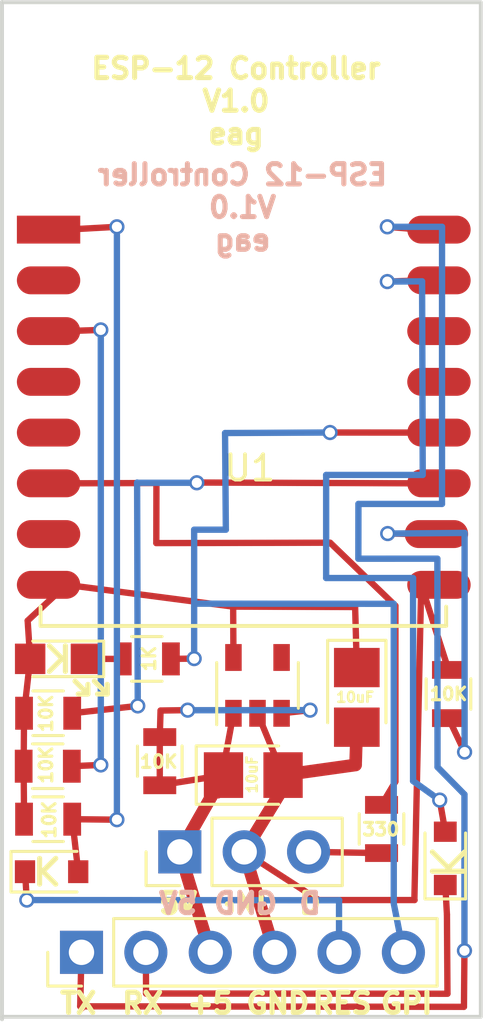
<source format=kicad_pcb>
(kicad_pcb (version 4) (host pcbnew 4.0.7)

  (general
    (links 31)
    (no_connects 0)
    (area 139.697 84.024399 169.297849 128.724789)
    (thickness 1.6)
    (drawings 47)
    (tracks 122)
    (zones 0)
    (modules 16)
    (nets 24)
  )

  (page A4)
  (layers
    (0 F.Cu signal)
    (31 B.Cu signal)
    (32 B.Adhes user)
    (33 F.Adhes user)
    (34 B.Paste user)
    (35 F.Paste user)
    (36 B.SilkS user)
    (37 F.SilkS user)
    (38 B.Mask user)
    (39 F.Mask user)
    (40 Dwgs.User user)
    (41 Cmts.User user)
    (42 Eco1.User user)
    (43 Eco2.User user)
    (44 Edge.Cuts user)
    (45 Margin user)
    (46 B.CrtYd user)
    (47 F.CrtYd user)
    (48 B.Fab user)
    (49 F.Fab user)
  )

  (setup
    (last_trace_width 0.5)
    (user_trace_width 0.5)
    (user_trace_width 1)
    (user_trace_width 2)
    (trace_clearance 0.2)
    (zone_clearance 0.508)
    (zone_45_only no)
    (trace_min 0.2)
    (segment_width 0.2)
    (edge_width 0.15)
    (via_size 0.6)
    (via_drill 0.4)
    (via_min_size 0.4)
    (via_min_drill 0.3)
    (user_via 1.2 0.8)
    (uvia_size 0.3)
    (uvia_drill 0.1)
    (uvias_allowed no)
    (uvia_min_size 0.2)
    (uvia_min_drill 0.1)
    (pcb_text_width 0.3)
    (pcb_text_size 0.8 0.8)
    (mod_edge_width 0.15)
    (mod_text_size 1 1)
    (mod_text_width 0.15)
    (pad_size 1.524 1.524)
    (pad_drill 0.762)
    (pad_to_mask_clearance 0.2)
    (aux_axis_origin 0 0)
    (visible_elements 7FFFFFFF)
    (pcbplotparams
      (layerselection 0x010f0_80000001)
      (usegerberextensions false)
      (excludeedgelayer true)
      (linewidth 0.100000)
      (plotframeref false)
      (viasonmask false)
      (mode 1)
      (useauxorigin false)
      (hpglpennumber 1)
      (hpglpenspeed 20)
      (hpglpendiameter 15)
      (hpglpenoverlay 2)
      (psnegative false)
      (psa4output false)
      (plotreference true)
      (plotvalue true)
      (plotinvisibletext false)
      (padsonsilk false)
      (subtractmaskfromsilk false)
      (outputformat 1)
      (mirror false)
      (drillshape 0)
      (scaleselection 1)
      (outputdirectory Gerbers/))
  )

  (net 0 "")
  (net 1 /GND)
  (net 2 /DIN)
  (net 3 /VC33)
  (net 4 /VC5)
  (net 5 "Net-(D1-Pad1)")
  (net 6 /RXD5V)
  (net 7 "Net-(D2-Pad2)")
  (net 8 /RESET)
  (net 9 "Net-(D3-Pad2)")
  (net 10 /TXD)
  (net 11 /GPI00)
  (net 12 "Net-(R3-Pad2)")
  (net 13 "Net-(R4-Pad2)")
  (net 14 "Net-(R5-Pad2)")
  (net 15 "Net-(R6-Pad1)")
  (net 16 "Net-(U1-Pad2)")
  (net 17 "Net-(U1-Pad4)")
  (net 18 "Net-(U1-Pad5)")
  (net 19 "Net-(U1-Pad7)")
  (net 20 "Net-(U1-Pad13)")
  (net 21 "Net-(U1-Pad14)")
  (net 22 "Net-(U2-Pad4)")
  (net 23 "Net-(R7-Pad1)")

  (net_class Default "This is the default net class."
    (clearance 0.2)
    (trace_width 0.25)
    (via_dia 0.6)
    (via_drill 0.4)
    (uvia_dia 0.3)
    (uvia_drill 0.1)
    (add_net /DIN)
    (add_net /GND)
    (add_net /GPI00)
    (add_net /RESET)
    (add_net /RXD5V)
    (add_net /TXD)
    (add_net /VC33)
    (add_net /VC5)
    (add_net "Net-(D1-Pad1)")
    (add_net "Net-(D2-Pad2)")
    (add_net "Net-(D3-Pad2)")
    (add_net "Net-(R3-Pad2)")
    (add_net "Net-(R4-Pad2)")
    (add_net "Net-(R5-Pad2)")
    (add_net "Net-(R6-Pad1)")
    (add_net "Net-(R7-Pad1)")
    (add_net "Net-(U1-Pad13)")
    (add_net "Net-(U1-Pad14)")
    (add_net "Net-(U1-Pad2)")
    (add_net "Net-(U1-Pad4)")
    (add_net "Net-(U1-Pad5)")
    (add_net "Net-(U1-Pad7)")
    (add_net "Net-(U2-Pad4)")
  )

  (module ESP8266:ESP-12 (layer F.Cu) (tedit 5A37052A) (tstamp 5A36F09D)
    (at 142.403601 93.074401)
    (descr "Module, ESP-8266, ESP-12, 16 pad, SMD")
    (tags "Module ESP-8266 ESP8266")
    (path /5A35AD2C)
    (fp_text reference U1 (at 7.239 9.398) (layer F.SilkS)
      (effects (font (size 1 1) (thickness 0.15)))
    )
    (fp_text value ESP-12 (at 6.992 1) (layer F.Fab)
      (effects (font (size 1 1) (thickness 0.15)))
    )
    (fp_line (start -2.25 -0.5) (end -2.25 -8.75) (layer F.CrtYd) (width 0.05))
    (fp_line (start -2.25 -8.75) (end 15.25 -8.75) (layer F.CrtYd) (width 0.05))
    (fp_line (start 15.25 -8.75) (end 16.25 -8.75) (layer F.CrtYd) (width 0.05))
    (fp_line (start 16.25 -8.75) (end 16.25 16) (layer F.CrtYd) (width 0.05))
    (fp_line (start 16.25 16) (end -2.25 16) (layer F.CrtYd) (width 0.05))
    (fp_line (start -2.25 16) (end -2.25 -0.5) (layer F.CrtYd) (width 0.05))
    (fp_line (start -1.016 -8.382) (end 14.986 -8.382) (layer F.CrtYd) (width 0.1524))
    (fp_line (start 14.986 -8.382) (end 14.986 -0.889) (layer F.CrtYd) (width 0.1524))
    (fp_line (start -1.016 -8.382) (end -1.016 -1.016) (layer F.CrtYd) (width 0.1524))
    (fp_line (start -1.016 14.859) (end -1.016 15.621) (layer F.SilkS) (width 0.1524))
    (fp_line (start -1.016 15.621) (end 14.986 15.621) (layer F.SilkS) (width 0.1524))
    (fp_line (start 14.986 15.621) (end 14.986 14.859) (layer F.SilkS) (width 0.1524))
    (fp_line (start 14.992 -8.4) (end -1.008 -2.6) (layer F.CrtYd) (width 0.1524))
    (fp_line (start -1.008 -8.4) (end 14.992 -2.6) (layer F.CrtYd) (width 0.1524))
    (fp_text user "No Copper" (at 6.892 -5.4) (layer F.CrtYd)
      (effects (font (size 1 1) (thickness 0.15)))
    )
    (fp_line (start -1.008 -2.6) (end 14.992 -2.6) (layer F.CrtYd) (width 0.1524))
    (fp_line (start 15 -8.4) (end 15 15.6) (layer F.Fab) (width 0.05))
    (fp_line (start 14.992 15.6) (end -1.008 15.6) (layer F.Fab) (width 0.05))
    (fp_line (start -1.008 15.6) (end -1.008 -8.4) (layer F.Fab) (width 0.05))
    (fp_line (start -1.008 -8.4) (end 14.992 -8.4) (layer F.Fab) (width 0.05))
    (pad 1 smd rect (at 0 0) (size 2.5 1.1) (drill (offset -0.7 0)) (layers F.Cu F.Paste F.Mask)
      (net 9 "Net-(D3-Pad2)"))
    (pad 2 smd oval (at 0 2) (size 2.5 1.1) (drill (offset -0.7 0)) (layers F.Cu F.Paste F.Mask)
      (net 16 "Net-(U1-Pad2)"))
    (pad 3 smd oval (at 0 4) (size 2.5 1.1) (drill (offset -0.7 0)) (layers F.Cu F.Paste F.Mask)
      (net 13 "Net-(R4-Pad2)"))
    (pad 4 smd oval (at 0 6) (size 2.5 1.1) (drill (offset -0.7 0)) (layers F.Cu F.Paste F.Mask)
      (net 17 "Net-(U1-Pad4)"))
    (pad 5 smd oval (at 0 8) (size 2.5 1.1) (drill (offset -0.7 0)) (layers F.Cu F.Paste F.Mask)
      (net 18 "Net-(U1-Pad5)"))
    (pad 6 smd oval (at 0 10) (size 2.5 1.1) (drill (offset -0.7 0)) (layers F.Cu F.Paste F.Mask)
      (net 23 "Net-(R7-Pad1)"))
    (pad 7 smd oval (at 0 12) (size 2.5 1.1) (drill (offset -0.7 0)) (layers F.Cu F.Paste F.Mask)
      (net 19 "Net-(U1-Pad7)"))
    (pad 8 smd oval (at 0 14) (size 2.5 1.1) (drill (offset -0.7 0)) (layers F.Cu F.Paste F.Mask)
      (net 3 /VC33))
    (pad 9 smd oval (at 14 14) (size 2.5 1.1) (drill (offset 0.7 0)) (layers F.Cu F.Paste F.Mask)
      (net 1 /GND))
    (pad 10 smd oval (at 14 12) (size 2.5 1.1) (drill (offset 0.6 0)) (layers F.Cu F.Paste F.Mask)
      (net 15 "Net-(R6-Pad1)"))
    (pad 11 smd oval (at 14 10) (size 2.5 1.1) (drill (offset 0.7 0)) (layers F.Cu F.Paste F.Mask)
      (net 14 "Net-(R5-Pad2)"))
    (pad 12 smd oval (at 14 8) (size 2.5 1.1) (drill (offset 0.7 0)) (layers F.Cu F.Paste F.Mask)
      (net 11 /GPI00))
    (pad 13 smd oval (at 14 6) (size 2.5 1.1) (drill (offset 0.7 0)) (layers F.Cu F.Paste F.Mask)
      (net 20 "Net-(U1-Pad13)"))
    (pad 14 smd oval (at 14 4) (size 2.5 1.1) (drill (offset 0.7 0)) (layers F.Cu F.Paste F.Mask)
      (net 21 "Net-(U1-Pad14)"))
    (pad 15 smd oval (at 14 2) (size 2.5 1.1) (drill (offset 0.7 0)) (layers F.Cu F.Paste F.Mask)
      (net 7 "Net-(D2-Pad2)"))
    (pad 16 smd oval (at 14 0) (size 2.5 1.1) (drill (offset 0.7 0)) (layers F.Cu F.Paste F.Mask)
      (net 10 /TXD))
    (model ${ESPLIB}/ESP8266.3dshapes/ESP-12.wrl
      (at (xyz 0 0 0))
      (scale (xyz 0.3937 0.3937 0.3937))
      (rotate (xyz 0 0 0))
    )
  )

  (module Resistors_SMD:R_0805 (layer F.Cu) (tedit 5A3849E2) (tstamp 5A36F894)
    (at 141.67104 114.2238)
    (descr "Resistor SMD 0805, reflow soldering, Vishay (see dcrcw.pdf)")
    (tags "resistor 0805")
    (path /5A35BB81)
    (attr smd)
    (fp_text reference "" (at 0 -1.65) (layer F.SilkS)
      (effects (font (size 1 1) (thickness 0.15)))
    )
    (fp_text value 10K (at 0 1.75) (layer F.Fab)
      (effects (font (size 1 1) (thickness 0.15)))
    )
    (fp_text user %R (at 0 0) (layer F.Fab)
      (effects (font (size 0.5 0.5) (thickness 0.075)))
    )
    (fp_line (start -1 0.62) (end -1 -0.62) (layer F.Fab) (width 0.1))
    (fp_line (start 1 0.62) (end -1 0.62) (layer F.Fab) (width 0.1))
    (fp_line (start 1 -0.62) (end 1 0.62) (layer F.Fab) (width 0.1))
    (fp_line (start -1 -0.62) (end 1 -0.62) (layer F.Fab) (width 0.1))
    (fp_line (start 0.6 0.88) (end -0.6 0.88) (layer F.SilkS) (width 0.12))
    (fp_line (start -0.6 -0.88) (end 0.6 -0.88) (layer F.SilkS) (width 0.12))
    (fp_line (start -1.55 -0.9) (end 1.55 -0.9) (layer F.CrtYd) (width 0.05))
    (fp_line (start -1.55 -0.9) (end -1.55 0.9) (layer F.CrtYd) (width 0.05))
    (fp_line (start 1.55 0.9) (end 1.55 -0.9) (layer F.CrtYd) (width 0.05))
    (fp_line (start 1.55 0.9) (end -1.55 0.9) (layer F.CrtYd) (width 0.05))
    (pad 1 smd rect (at -0.95 0) (size 0.7 1.3) (layers F.Cu F.Paste F.Mask)
      (net 3 /VC33))
    (pad 2 smd rect (at 0.95 0) (size 0.7 1.3) (layers F.Cu F.Paste F.Mask)
      (net 13 "Net-(R4-Pad2)"))
    (model ${KISYS3DMOD}/Resistors_SMD.3dshapes/R_0805.wrl
      (at (xyz 0 0 0))
      (scale (xyz 1 1 1))
      (rotate (xyz 0 0 0))
    )
  )

  (module Diodes_SMD:D_0805 (layer F.Cu) (tedit 5A384B71) (tstamp 5A36EFC6)
    (at 157.353 117.856 90)
    (descr "Diode SMD in 0805 package http://datasheets.avx.com/schottky.pdf")
    (tags "smd diode")
    (path /5A35ECDD)
    (attr smd)
    (fp_text reference "" (at 0 -1.6 90) (layer F.SilkS)
      (effects (font (size 1 1) (thickness 0.15)))
    )
    (fp_text value "" (at 0 1.7 90) (layer F.Fab)
      (effects (font (size 1 1) (thickness 0.15)))
    )
    (fp_text user "" (at 0 -1.6 90) (layer F.Fab)
      (effects (font (size 1 1) (thickness 0.15)))
    )
    (fp_line (start -1.6 -0.8) (end -1.6 0.8) (layer F.SilkS) (width 0.12))
    (fp_line (start -1.7 0.88) (end -1.7 -0.88) (layer F.CrtYd) (width 0.05))
    (fp_line (start 1.7 0.88) (end -1.7 0.88) (layer F.CrtYd) (width 0.05))
    (fp_line (start 1.7 -0.88) (end 1.7 0.88) (layer F.CrtYd) (width 0.05))
    (fp_line (start -1.7 -0.88) (end 1.7 -0.88) (layer F.CrtYd) (width 0.05))
    (fp_line (start 0.2 0) (end 0.4 0) (layer F.Fab) (width 0.1))
    (fp_line (start -0.1 0) (end -0.3 0) (layer F.Fab) (width 0.1))
    (fp_line (start -0.1 -0.2) (end -0.1 0.2) (layer F.Fab) (width 0.1))
    (fp_line (start 0.2 0.2) (end 0.2 -0.2) (layer F.Fab) (width 0.1))
    (fp_line (start -0.1 0) (end 0.2 0.2) (layer F.Fab) (width 0.1))
    (fp_line (start 0.2 -0.2) (end -0.1 0) (layer F.Fab) (width 0.1))
    (fp_line (start -1 0.65) (end -1 -0.65) (layer F.Fab) (width 0.1))
    (fp_line (start 1 0.65) (end -1 0.65) (layer F.Fab) (width 0.1))
    (fp_line (start 1 -0.65) (end 1 0.65) (layer F.Fab) (width 0.1))
    (fp_line (start -1 -0.65) (end 1 -0.65) (layer F.Fab) (width 0.1))
    (fp_line (start -1.6 0.8) (end 1 0.8) (layer F.SilkS) (width 0.12))
    (fp_line (start -1.6 -0.8) (end 1 -0.8) (layer F.SilkS) (width 0.12))
    (pad 1 smd rect (at -1.05 0 90) (size 0.8 0.9) (layers F.Cu F.Paste F.Mask)
      (net 6 /RXD5V))
    (pad 2 smd rect (at 1.05 0 90) (size 0.8 0.9) (layers F.Cu F.Paste F.Mask)
      (net 7 "Net-(D2-Pad2)"))
    (model ${KISYS3DMOD}/Diodes_SMD.3dshapes/D_0805.wrl
      (at (xyz 0 0 0))
      (scale (xyz 1 1 1))
      (rotate (xyz 0 0 0))
    )
  )

  (module Diodes_SMD:D_0805 (layer F.Cu) (tedit 5A384B80) (tstamp 5A36EFDE)
    (at 141.82344 118.38178)
    (descr "Diode SMD in 0805 package http://datasheets.avx.com/schottky.pdf")
    (tags "smd diode")
    (path /5A35F201)
    (attr smd)
    (fp_text reference "" (at 0 -1.6) (layer F.SilkS)
      (effects (font (size 1 1) (thickness 0.15)))
    )
    (fp_text value "" (at 0 1.7) (layer F.Fab)
      (effects (font (size 1 1) (thickness 0.15)))
    )
    (fp_text user "" (at 0 -1.6) (layer F.Fab)
      (effects (font (size 1 1) (thickness 0.15)))
    )
    (fp_line (start -1.6 -0.8) (end -1.6 0.8) (layer F.SilkS) (width 0.12))
    (fp_line (start -1.7 0.88) (end -1.7 -0.88) (layer F.CrtYd) (width 0.05))
    (fp_line (start 1.7 0.88) (end -1.7 0.88) (layer F.CrtYd) (width 0.05))
    (fp_line (start 1.7 -0.88) (end 1.7 0.88) (layer F.CrtYd) (width 0.05))
    (fp_line (start -1.7 -0.88) (end 1.7 -0.88) (layer F.CrtYd) (width 0.05))
    (fp_line (start 0.2 0) (end 0.4 0) (layer F.Fab) (width 0.1))
    (fp_line (start -0.1 0) (end -0.3 0) (layer F.Fab) (width 0.1))
    (fp_line (start -0.1 -0.2) (end -0.1 0.2) (layer F.Fab) (width 0.1))
    (fp_line (start 0.2 0.2) (end 0.2 -0.2) (layer F.Fab) (width 0.1))
    (fp_line (start -0.1 0) (end 0.2 0.2) (layer F.Fab) (width 0.1))
    (fp_line (start 0.2 -0.2) (end -0.1 0) (layer F.Fab) (width 0.1))
    (fp_line (start -1 0.65) (end -1 -0.65) (layer F.Fab) (width 0.1))
    (fp_line (start 1 0.65) (end -1 0.65) (layer F.Fab) (width 0.1))
    (fp_line (start 1 -0.65) (end 1 0.65) (layer F.Fab) (width 0.1))
    (fp_line (start -1 -0.65) (end 1 -0.65) (layer F.Fab) (width 0.1))
    (fp_line (start -1.6 0.8) (end 1 0.8) (layer F.SilkS) (width 0.12))
    (fp_line (start -1.6 -0.8) (end 1 -0.8) (layer F.SilkS) (width 0.12))
    (pad 1 smd rect (at -1.05 0) (size 0.8 0.9) (layers F.Cu F.Paste F.Mask)
      (net 8 /RESET))
    (pad 2 smd rect (at 1.05 0) (size 0.8 0.9) (layers F.Cu F.Paste F.Mask)
      (net 9 "Net-(D3-Pad2)"))
    (model ${KISYS3DMOD}/Diodes_SMD.3dshapes/D_0805.wrl
      (at (xyz 0 0 0))
      (scale (xyz 1 1 1))
      (rotate (xyz 0 0 0))
    )
  )

  (module Pin_Headers:Pin_Header_Straight_1x03_Pitch2.54mm (layer F.Cu) (tedit 5A384598) (tstamp 5A36EFF5)
    (at 146.88058 117.59946 90)
    (descr "Through hole straight pin header, 1x03, 2.54mm pitch, single row")
    (tags "Through hole pin header THT 1x03 2.54mm single row")
    (path /5A35B101)
    (fp_text reference "" (at 0 -2.33 90) (layer F.SilkS)
      (effects (font (size 1 1) (thickness 0.15)))
    )
    (fp_text value "" (at 0 7.41 90) (layer F.Fab)
      (effects (font (size 1 1) (thickness 0.15)))
    )
    (fp_line (start -0.635 -1.27) (end 1.27 -1.27) (layer F.Fab) (width 0.1))
    (fp_line (start 1.27 -1.27) (end 1.27 6.35) (layer F.Fab) (width 0.1))
    (fp_line (start 1.27 6.35) (end -1.27 6.35) (layer F.Fab) (width 0.1))
    (fp_line (start -1.27 6.35) (end -1.27 -0.635) (layer F.Fab) (width 0.1))
    (fp_line (start -1.27 -0.635) (end -0.635 -1.27) (layer F.Fab) (width 0.1))
    (fp_line (start -1.33 6.41) (end 1.33 6.41) (layer F.SilkS) (width 0.12))
    (fp_line (start -1.33 1.27) (end -1.33 6.41) (layer F.SilkS) (width 0.12))
    (fp_line (start 1.33 1.27) (end 1.33 6.41) (layer F.SilkS) (width 0.12))
    (fp_line (start -1.33 1.27) (end 1.33 1.27) (layer F.SilkS) (width 0.12))
    (fp_line (start -1.33 0) (end -1.33 -1.33) (layer F.SilkS) (width 0.12))
    (fp_line (start -1.33 -1.33) (end 0 -1.33) (layer F.SilkS) (width 0.12))
    (fp_line (start -1.8 -1.8) (end -1.8 6.85) (layer F.CrtYd) (width 0.05))
    (fp_line (start -1.8 6.85) (end 1.8 6.85) (layer F.CrtYd) (width 0.05))
    (fp_line (start 1.8 6.85) (end 1.8 -1.8) (layer F.CrtYd) (width 0.05))
    (fp_line (start 1.8 -1.8) (end -1.8 -1.8) (layer F.CrtYd) (width 0.05))
    (fp_text user %R (at 0 2.54 180) (layer F.Fab)
      (effects (font (size 1 1) (thickness 0.15)))
    )
    (pad 1 thru_hole rect (at 0 0 90) (size 1.7 1.7) (drill 1) (layers *.Cu *.Mask)
      (net 4 /VC5))
    (pad 2 thru_hole oval (at 0 2.54 90) (size 1.7 1.7) (drill 1) (layers *.Cu *.Mask)
      (net 1 /GND))
    (pad 3 thru_hole oval (at 0 5.08 90) (size 1.7 1.7) (drill 1) (layers *.Cu *.Mask)
      (net 2 /DIN))
    (model ${KISYS3DMOD}/Pin_Headers.3dshapes/Pin_Header_Straight_1x03_Pitch2.54mm.wrl
      (at (xyz 0 0 0))
      (scale (xyz 1 1 1))
      (rotate (xyz 0 0 0))
    )
  )

  (module Pin_Headers:Pin_Header_Straight_1x06_Pitch2.54mm (layer F.Cu) (tedit 5A3845D1) (tstamp 5A36F00F)
    (at 143.002 121.55932 90)
    (descr "Through hole straight pin header, 1x06, 2.54mm pitch, single row")
    (tags "Through hole pin header THT 1x06 2.54mm single row")
    (path /5A35DF5C)
    (fp_text reference "" (at 0 -2.33 90) (layer F.SilkS)
      (effects (font (size 1 1) (thickness 0.15)))
    )
    (fp_text value "" (at 0 15.03 90) (layer F.Fab)
      (effects (font (size 1 1) (thickness 0.15)))
    )
    (fp_line (start -0.635 -1.27) (end 1.27 -1.27) (layer F.Fab) (width 0.1))
    (fp_line (start 1.27 -1.27) (end 1.27 13.97) (layer F.Fab) (width 0.1))
    (fp_line (start 1.27 13.97) (end -1.27 13.97) (layer F.Fab) (width 0.1))
    (fp_line (start -1.27 13.97) (end -1.27 -0.635) (layer F.Fab) (width 0.1))
    (fp_line (start -1.27 -0.635) (end -0.635 -1.27) (layer F.Fab) (width 0.1))
    (fp_line (start -1.33 14.03) (end 1.33 14.03) (layer F.SilkS) (width 0.12))
    (fp_line (start -1.33 1.27) (end -1.33 14.03) (layer F.SilkS) (width 0.12))
    (fp_line (start 1.33 1.27) (end 1.33 14.03) (layer F.SilkS) (width 0.12))
    (fp_line (start -1.33 1.27) (end 1.33 1.27) (layer F.SilkS) (width 0.12))
    (fp_line (start -1.33 0) (end -1.33 -1.33) (layer F.SilkS) (width 0.12))
    (fp_line (start -1.33 -1.33) (end 0 -1.33) (layer F.SilkS) (width 0.12))
    (fp_line (start -1.8 -1.8) (end -1.8 14.5) (layer F.CrtYd) (width 0.05))
    (fp_line (start -1.8 14.5) (end 1.8 14.5) (layer F.CrtYd) (width 0.05))
    (fp_line (start 1.8 14.5) (end 1.8 -1.8) (layer F.CrtYd) (width 0.05))
    (fp_line (start 1.8 -1.8) (end -1.8 -1.8) (layer F.CrtYd) (width 0.05))
    (fp_text user %R (at 0 6.35 180) (layer F.Fab)
      (effects (font (size 1 1) (thickness 0.15)))
    )
    (pad 1 thru_hole rect (at 0 0 90) (size 1.7 1.7) (drill 1) (layers *.Cu *.Mask)
      (net 10 /TXD))
    (pad 2 thru_hole oval (at 0 2.54 90) (size 1.7 1.7) (drill 1) (layers *.Cu *.Mask)
      (net 6 /RXD5V))
    (pad 3 thru_hole oval (at 0 5.08 90) (size 1.7 1.7) (drill 1) (layers *.Cu *.Mask)
      (net 4 /VC5))
    (pad 4 thru_hole oval (at 0 7.62 90) (size 1.7 1.7) (drill 1) (layers *.Cu *.Mask)
      (net 1 /GND))
    (pad 5 thru_hole oval (at 0 10.16 90) (size 1.7 1.7) (drill 1) (layers *.Cu *.Mask)
      (net 8 /RESET))
    (pad 6 thru_hole oval (at 0 12.7 90) (size 1.7 1.7) (drill 1) (layers *.Cu *.Mask)
      (net 11 /GPI00))
    (model ${KISYS3DMOD}/Pin_Headers.3dshapes/Pin_Header_Straight_1x06_Pitch2.54mm.wrl
      (at (xyz 0 0 0))
      (scale (xyz 1 1 1))
      (rotate (xyz 0 0 0))
    )
  )

  (module TO_SOT_Packages_SMD:SOT-23-5 (layer F.Cu) (tedit 5A370F38) (tstamp 5A36F0B2)
    (at 149.94636 111.03864 90)
    (descr "5-pin SOT23 package")
    (tags SOT-23-5)
    (path /5A35B772)
    (attr smd)
    (fp_text reference "" (at 0 -2.9 90) (layer F.SilkS)
      (effects (font (size 1 1) (thickness 0.15)))
    )
    (fp_text value "" (at 0 2.9 90) (layer F.Fab)
      (effects (font (size 1 1) (thickness 0.15)))
    )
    (fp_text user %R (at 0 0 180) (layer F.Fab)
      (effects (font (size 0.5 0.5) (thickness 0.075)))
    )
    (fp_line (start -0.9 1.61) (end 0.9 1.61) (layer F.SilkS) (width 0.12))
    (fp_line (start 0.9 -1.61) (end -1.55 -1.61) (layer F.SilkS) (width 0.12))
    (fp_line (start -1.9 -1.8) (end 1.9 -1.8) (layer F.CrtYd) (width 0.05))
    (fp_line (start 1.9 -1.8) (end 1.9 1.8) (layer F.CrtYd) (width 0.05))
    (fp_line (start 1.9 1.8) (end -1.9 1.8) (layer F.CrtYd) (width 0.05))
    (fp_line (start -1.9 1.8) (end -1.9 -1.8) (layer F.CrtYd) (width 0.05))
    (fp_line (start -0.9 -0.9) (end -0.25 -1.55) (layer F.Fab) (width 0.1))
    (fp_line (start 0.9 -1.55) (end -0.25 -1.55) (layer F.Fab) (width 0.1))
    (fp_line (start -0.9 -0.9) (end -0.9 1.55) (layer F.Fab) (width 0.1))
    (fp_line (start 0.9 1.55) (end -0.9 1.55) (layer F.Fab) (width 0.1))
    (fp_line (start 0.9 -1.55) (end 0.9 1.55) (layer F.Fab) (width 0.1))
    (pad 1 smd rect (at -1.1 -0.95 90) (size 1.06 0.65) (layers F.Cu F.Paste F.Mask)
      (net 4 /VC5))
    (pad 2 smd rect (at -1.1 0 90) (size 1.06 0.65) (layers F.Cu F.Paste F.Mask)
      (net 1 /GND))
    (pad 3 smd rect (at -1.1 0.95 90) (size 1.06 0.65) (layers F.Cu F.Paste F.Mask)
      (net 12 "Net-(R3-Pad2)"))
    (pad 4 smd rect (at 1.1 0.95 90) (size 1.06 0.65) (layers F.Cu F.Paste F.Mask)
      (net 22 "Net-(U2-Pad4)"))
    (pad 5 smd rect (at 1.1 -0.95 90) (size 1.06 0.65) (layers F.Cu F.Paste F.Mask)
      (net 3 /VC33))
    (model ${KISYS3DMOD}/TO_SOT_Packages_SMD.3dshapes/SOT-23-5.wrl
      (at (xyz 0 0 0))
      (scale (xyz 1 1 1))
      (rotate (xyz 0 0 0))
    )
  )

  (module Capacitors_Tantalum_SMD:CP_Tantalum_Case-R_EIA-2012-12_Reflow (layer F.Cu) (tedit 5A370E9F) (tstamp 5A36F829)
    (at 153.86304 111.51108 270)
    (descr "Tantalum capacitor, Case R, EIA 2012-12, 2.0x1.3x1.2mm, Reflow soldering footprint")
    (tags "capacitor tantalum smd")
    (path /5A35D12C)
    (attr smd)
    (fp_text reference "" (at 0 -2.4 270) (layer F.SilkS)
      (effects (font (size 1 1) (thickness 0.15)))
    )
    (fp_text value "" (at 0 2.4 270) (layer F.Fab)
      (effects (font (size 1 1) (thickness 0.15)))
    )
    (fp_text user %R (at 0 0 270) (layer F.Fab)
      (effects (font (size 0.5 0.5) (thickness 0.075)))
    )
    (fp_line (start -2.35 -1.3) (end -2.35 1.3) (layer F.CrtYd) (width 0.05))
    (fp_line (start -2.35 1.3) (end 2.35 1.3) (layer F.CrtYd) (width 0.05))
    (fp_line (start 2.35 1.3) (end 2.35 -1.3) (layer F.CrtYd) (width 0.05))
    (fp_line (start 2.35 -1.3) (end -2.35 -1.3) (layer F.CrtYd) (width 0.05))
    (fp_line (start -1 -0.65) (end -1 0.65) (layer F.Fab) (width 0.1))
    (fp_line (start -1 0.65) (end 1 0.65) (layer F.Fab) (width 0.1))
    (fp_line (start 1 0.65) (end 1 -0.65) (layer F.Fab) (width 0.1))
    (fp_line (start 1 -0.65) (end -1 -0.65) (layer F.Fab) (width 0.1))
    (fp_line (start -0.8 -0.65) (end -0.8 0.65) (layer F.Fab) (width 0.1))
    (fp_line (start -0.7 -0.65) (end -0.7 0.65) (layer F.Fab) (width 0.1))
    (fp_line (start -2.25 -1.15) (end 1 -1.15) (layer F.SilkS) (width 0.12))
    (fp_line (start -2.25 1.15) (end 1 1.15) (layer F.SilkS) (width 0.12))
    (fp_line (start -2.25 -1.15) (end -2.25 1.15) (layer F.SilkS) (width 0.12))
    (pad 1 smd rect (at -1.175 0 270) (size 1.55 1.8) (layers F.Cu F.Paste F.Mask)
      (net 3 /VC33))
    (pad 2 smd rect (at 1.175 0 270) (size 1.55 1.8) (layers F.Cu F.Paste F.Mask)
      (net 1 /GND))
    (model Capacitors_Tantalum_SMD.3dshapes/CP_Tantalum_Case-R_EIA-2012-12.wrl
      (at (xyz 0 0 0))
      (scale (xyz 1 1 1))
      (rotate (xyz 0 0 0))
    )
  )

  (module Capacitors_Tantalum_SMD:CP_Tantalum_Case-R_EIA-2012-12_Reflow (layer F.Cu) (tedit 5A370EB1) (tstamp 5A36F83C)
    (at 149.77872 114.57432)
    (descr "Tantalum capacitor, Case R, EIA 2012-12, 2.0x1.3x1.2mm, Reflow soldering footprint")
    (tags "capacitor tantalum smd")
    (path /5A35D1B3)
    (attr smd)
    (fp_text reference "" (at 0 -2.4) (layer F.SilkS)
      (effects (font (size 1 1) (thickness 0.15)))
    )
    (fp_text value "" (at 0 2.4) (layer F.Fab)
      (effects (font (size 1 1) (thickness 0.15)))
    )
    (fp_text user %R (at 0 0) (layer F.Fab)
      (effects (font (size 0.5 0.5) (thickness 0.075)))
    )
    (fp_line (start -2.35 -1.3) (end -2.35 1.3) (layer F.CrtYd) (width 0.05))
    (fp_line (start -2.35 1.3) (end 2.35 1.3) (layer F.CrtYd) (width 0.05))
    (fp_line (start 2.35 1.3) (end 2.35 -1.3) (layer F.CrtYd) (width 0.05))
    (fp_line (start 2.35 -1.3) (end -2.35 -1.3) (layer F.CrtYd) (width 0.05))
    (fp_line (start -1 -0.65) (end -1 0.65) (layer F.Fab) (width 0.1))
    (fp_line (start -1 0.65) (end 1 0.65) (layer F.Fab) (width 0.1))
    (fp_line (start 1 0.65) (end 1 -0.65) (layer F.Fab) (width 0.1))
    (fp_line (start 1 -0.65) (end -1 -0.65) (layer F.Fab) (width 0.1))
    (fp_line (start -0.8 -0.65) (end -0.8 0.65) (layer F.Fab) (width 0.1))
    (fp_line (start -0.7 -0.65) (end -0.7 0.65) (layer F.Fab) (width 0.1))
    (fp_line (start -2.25 -1.15) (end 1 -1.15) (layer F.SilkS) (width 0.12))
    (fp_line (start -2.25 1.15) (end 1 1.15) (layer F.SilkS) (width 0.12))
    (fp_line (start -2.25 -1.15) (end -2.25 1.15) (layer F.SilkS) (width 0.12))
    (pad 1 smd rect (at -1.175 0) (size 1.55 1.8) (layers F.Cu F.Paste F.Mask)
      (net 4 /VC5))
    (pad 2 smd rect (at 1.175 0) (size 1.55 1.8) (layers F.Cu F.Paste F.Mask)
      (net 1 /GND))
    (model Capacitors_Tantalum_SMD.3dshapes/CP_Tantalum_Case-R_EIA-2012-12.wrl
      (at (xyz 0 0 0))
      (scale (xyz 1 1 1))
      (rotate (xyz 0 0 0))
    )
  )

  (module LEDs:LED_0805 (layer F.Cu) (tedit 5A384777) (tstamp 5A36F84F)
    (at 142.07744 109.99216 180)
    (descr "LED 0805 smd package")
    (tags "LED led 0805 SMD smd SMT smt smdled SMDLED smtled SMTLED")
    (path /5A35E6D9)
    (attr smd)
    (fp_text reference "" (at 0 -1.45 180) (layer F.SilkS)
      (effects (font (size 1 1) (thickness 0.15)))
    )
    (fp_text value LED (at 0 1.55 180) (layer F.Fab)
      (effects (font (size 1 1) (thickness 0.15)))
    )
    (fp_line (start -1.8 -0.7) (end -1.8 0.7) (layer F.SilkS) (width 0.12))
    (fp_line (start -0.4 -0.4) (end -0.4 0.4) (layer F.Fab) (width 0.1))
    (fp_line (start -0.4 0) (end 0.2 -0.4) (layer F.Fab) (width 0.1))
    (fp_line (start 0.2 0.4) (end -0.4 0) (layer F.Fab) (width 0.1))
    (fp_line (start 0.2 -0.4) (end 0.2 0.4) (layer F.Fab) (width 0.1))
    (fp_line (start 1 0.6) (end -1 0.6) (layer F.Fab) (width 0.1))
    (fp_line (start 1 -0.6) (end 1 0.6) (layer F.Fab) (width 0.1))
    (fp_line (start -1 -0.6) (end 1 -0.6) (layer F.Fab) (width 0.1))
    (fp_line (start -1 0.6) (end -1 -0.6) (layer F.Fab) (width 0.1))
    (fp_line (start -1.8 0.7) (end 1 0.7) (layer F.SilkS) (width 0.12))
    (fp_line (start -1.8 -0.7) (end 1 -0.7) (layer F.SilkS) (width 0.12))
    (fp_line (start 1.95 -0.85) (end 1.95 0.85) (layer F.CrtYd) (width 0.05))
    (fp_line (start 1.95 0.85) (end -1.95 0.85) (layer F.CrtYd) (width 0.05))
    (fp_line (start -1.95 0.85) (end -1.95 -0.85) (layer F.CrtYd) (width 0.05))
    (fp_line (start -1.95 -0.85) (end 1.95 -0.85) (layer F.CrtYd) (width 0.05))
    (fp_text user %R (at 0 -1.25 180) (layer F.Fab)
      (effects (font (size 0.4 0.4) (thickness 0.1)))
    )
    (pad 2 smd rect (at 1.1 0) (size 1.2 1.2) (layers F.Cu F.Paste F.Mask)
      (net 3 /VC33))
    (pad 1 smd rect (at -1.1 0) (size 1.2 1.2) (layers F.Cu F.Paste F.Mask)
      (net 5 "Net-(D1-Pad1)"))
    (model ${KISYS3DMOD}/LEDs.3dshapes/LED_0805.wrl
      (at (xyz 0 0 0))
      (scale (xyz 1 1 1))
      (rotate (xyz 0 0 180))
    )
  )

  (module Resistors_SMD:R_0805 (layer F.Cu) (tedit 5A384A13) (tstamp 5A36F864)
    (at 141.68628 116.31168)
    (descr "Resistor SMD 0805, reflow soldering, Vishay (see dcrcw.pdf)")
    (tags "resistor 0805")
    (path /5A35E3D8)
    (attr smd)
    (fp_text reference "" (at 0 -1.65) (layer F.SilkS)
      (effects (font (size 1 1) (thickness 0.15)))
    )
    (fp_text value 10K (at 0 1.75) (layer F.Fab)
      (effects (font (size 1 1) (thickness 0.15)))
    )
    (fp_text user %R (at 0 0) (layer F.Fab)
      (effects (font (size 0.5 0.5) (thickness 0.075)))
    )
    (fp_line (start -1 0.62) (end -1 -0.62) (layer F.Fab) (width 0.1))
    (fp_line (start 1 0.62) (end -1 0.62) (layer F.Fab) (width 0.1))
    (fp_line (start 1 -0.62) (end 1 0.62) (layer F.Fab) (width 0.1))
    (fp_line (start -1 -0.62) (end 1 -0.62) (layer F.Fab) (width 0.1))
    (fp_line (start 0.6 0.88) (end -0.6 0.88) (layer F.SilkS) (width 0.12))
    (fp_line (start -0.6 -0.88) (end 0.6 -0.88) (layer F.SilkS) (width 0.12))
    (fp_line (start -1.55 -0.9) (end 1.55 -0.9) (layer F.CrtYd) (width 0.05))
    (fp_line (start -1.55 -0.9) (end -1.55 0.9) (layer F.CrtYd) (width 0.05))
    (fp_line (start 1.55 0.9) (end 1.55 -0.9) (layer F.CrtYd) (width 0.05))
    (fp_line (start 1.55 0.9) (end -1.55 0.9) (layer F.CrtYd) (width 0.05))
    (pad 1 smd rect (at -0.95 0) (size 0.7 1.3) (layers F.Cu F.Paste F.Mask)
      (net 3 /VC33))
    (pad 2 smd rect (at 0.95 0) (size 0.7 1.3) (layers F.Cu F.Paste F.Mask)
      (net 9 "Net-(D3-Pad2)"))
    (model ${KISYS3DMOD}/Resistors_SMD.3dshapes/R_0805.wrl
      (at (xyz 0 0 0))
      (scale (xyz 1 1 1))
      (rotate (xyz 0 0 0))
    )
  )

  (module Resistors_SMD:R_0805 (layer F.Cu) (tedit 5A384E19) (tstamp 5A36F874)
    (at 145.5801 109.9947)
    (descr "Resistor SMD 0805, reflow soldering, Vishay (see dcrcw.pdf)")
    (tags "resistor 0805")
    (path /5A35E5A7)
    (attr smd)
    (fp_text reference "" (at 0 -1.65) (layer F.SilkS)
      (effects (font (size 1 1) (thickness 0.15)))
    )
    (fp_text value "" (at 0 1.75) (layer F.Fab)
      (effects (font (size 1 1) (thickness 0.15)))
    )
    (fp_text user %R (at -0.33528 0.33528) (layer F.Fab)
      (effects (font (size 0.5 0.5) (thickness 0.075)))
    )
    (fp_line (start -1 0.62) (end -1 -0.62) (layer F.Fab) (width 0.1))
    (fp_line (start 1 0.62) (end -1 0.62) (layer F.Fab) (width 0.1))
    (fp_line (start 1 -0.62) (end 1 0.62) (layer F.Fab) (width 0.1))
    (fp_line (start -1 -0.62) (end 1 -0.62) (layer F.Fab) (width 0.1))
    (fp_line (start 0.6 0.88) (end -0.6 0.88) (layer F.SilkS) (width 0.12))
    (fp_line (start -0.6 -0.88) (end 0.6 -0.88) (layer F.SilkS) (width 0.12))
    (fp_line (start -1.55 -0.9) (end 1.55 -0.9) (layer F.CrtYd) (width 0.05))
    (fp_line (start -1.55 -0.9) (end -1.55 0.9) (layer F.CrtYd) (width 0.05))
    (fp_line (start 1.55 0.9) (end 1.55 -0.9) (layer F.CrtYd) (width 0.05))
    (fp_line (start 1.55 0.9) (end -1.55 0.9) (layer F.CrtYd) (width 0.05))
    (pad 1 smd rect (at -0.95 0) (size 0.7 1.3) (layers F.Cu F.Paste F.Mask)
      (net 5 "Net-(D1-Pad1)"))
    (pad 2 smd rect (at 0.95 0) (size 0.7 1.3) (layers F.Cu F.Paste F.Mask)
      (net 11 /GPI00))
    (model ${KISYS3DMOD}/Resistors_SMD.3dshapes/R_0805.wrl
      (at (xyz 0 0 0))
      (scale (xyz 1 1 1))
      (rotate (xyz 0 0 0))
    )
  )

  (module Resistors_SMD:R_0805 (layer F.Cu) (tedit 5A370F15) (tstamp 5A36F884)
    (at 146.09064 114.02568 90)
    (descr "Resistor SMD 0805, reflow soldering, Vishay (see dcrcw.pdf)")
    (tags "resistor 0805")
    (path /5A35D30C)
    (attr smd)
    (fp_text reference "" (at 0 -1.65 90) (layer F.SilkS)
      (effects (font (size 1 1) (thickness 0.15)))
    )
    (fp_text value "" (at 0 1.75 90) (layer F.Fab)
      (effects (font (size 1 1) (thickness 0.15)))
    )
    (fp_text user %R (at 0 0 90) (layer F.Fab)
      (effects (font (size 0.5 0.5) (thickness 0.075)))
    )
    (fp_line (start -1 0.62) (end -1 -0.62) (layer F.Fab) (width 0.1))
    (fp_line (start 1 0.62) (end -1 0.62) (layer F.Fab) (width 0.1))
    (fp_line (start 1 -0.62) (end 1 0.62) (layer F.Fab) (width 0.1))
    (fp_line (start -1 -0.62) (end 1 -0.62) (layer F.Fab) (width 0.1))
    (fp_line (start 0.6 0.88) (end -0.6 0.88) (layer F.SilkS) (width 0.12))
    (fp_line (start -0.6 -0.88) (end 0.6 -0.88) (layer F.SilkS) (width 0.12))
    (fp_line (start -1.55 -0.9) (end 1.55 -0.9) (layer F.CrtYd) (width 0.05))
    (fp_line (start -1.55 -0.9) (end -1.55 0.9) (layer F.CrtYd) (width 0.05))
    (fp_line (start 1.55 0.9) (end 1.55 -0.9) (layer F.CrtYd) (width 0.05))
    (fp_line (start 1.55 0.9) (end -1.55 0.9) (layer F.CrtYd) (width 0.05))
    (pad 1 smd rect (at -0.95 0 90) (size 0.7 1.3) (layers F.Cu F.Paste F.Mask)
      (net 4 /VC5))
    (pad 2 smd rect (at 0.95 0 90) (size 0.7 1.3) (layers F.Cu F.Paste F.Mask)
      (net 12 "Net-(R3-Pad2)"))
    (model ${KISYS3DMOD}/Resistors_SMD.3dshapes/R_0805.wrl
      (at (xyz 0 0 0))
      (scale (xyz 1 1 1))
      (rotate (xyz 0 0 0))
    )
  )

  (module Resistors_SMD:R_0805 (layer F.Cu) (tedit 5A384A1E) (tstamp 5A36F8A4)
    (at 141.68628 112.13592)
    (descr "Resistor SMD 0805, reflow soldering, Vishay (see dcrcw.pdf)")
    (tags "resistor 0805")
    (path /5A35BD81)
    (attr smd)
    (fp_text reference "" (at 0 -1.65) (layer F.SilkS)
      (effects (font (size 1 1) (thickness 0.15)))
    )
    (fp_text value 10K (at 0 1.75) (layer F.Fab)
      (effects (font (size 1 1) (thickness 0.15)))
    )
    (fp_text user %R (at 0 0) (layer F.Fab)
      (effects (font (size 0.5 0.5) (thickness 0.075)))
    )
    (fp_line (start -1 0.62) (end -1 -0.62) (layer F.Fab) (width 0.1))
    (fp_line (start 1 0.62) (end -1 0.62) (layer F.Fab) (width 0.1))
    (fp_line (start 1 -0.62) (end 1 0.62) (layer F.Fab) (width 0.1))
    (fp_line (start -1 -0.62) (end 1 -0.62) (layer F.Fab) (width 0.1))
    (fp_line (start 0.6 0.88) (end -0.6 0.88) (layer F.SilkS) (width 0.12))
    (fp_line (start -0.6 -0.88) (end 0.6 -0.88) (layer F.SilkS) (width 0.12))
    (fp_line (start -1.55 -0.9) (end 1.55 -0.9) (layer F.CrtYd) (width 0.05))
    (fp_line (start -1.55 -0.9) (end -1.55 0.9) (layer F.CrtYd) (width 0.05))
    (fp_line (start 1.55 0.9) (end 1.55 -0.9) (layer F.CrtYd) (width 0.05))
    (fp_line (start 1.55 0.9) (end -1.55 0.9) (layer F.CrtYd) (width 0.05))
    (pad 1 smd rect (at -0.95 0) (size 0.7 1.3) (layers F.Cu F.Paste F.Mask)
      (net 3 /VC33))
    (pad 2 smd rect (at 0.95 0) (size 0.7 1.3) (layers F.Cu F.Paste F.Mask)
      (net 14 "Net-(R5-Pad2)"))
    (model ${KISYS3DMOD}/Resistors_SMD.3dshapes/R_0805.wrl
      (at (xyz 0 0 0))
      (scale (xyz 1 1 1))
      (rotate (xyz 0 0 0))
    )
  )

  (module Resistors_SMD:R_0805 (layer F.Cu) (tedit 5A384929) (tstamp 5A36F8B4)
    (at 157.48 111.379 90)
    (descr "Resistor SMD 0805, reflow soldering, Vishay (see dcrcw.pdf)")
    (tags "resistor 0805")
    (path /5A35BFFA)
    (attr smd)
    (fp_text reference "" (at 0 -1.65 90) (layer F.SilkS)
      (effects (font (size 1 1) (thickness 0.15)))
    )
    (fp_text value "" (at 0 1.75 90) (layer F.Fab)
      (effects (font (size 1 1) (thickness 0.15)))
    )
    (fp_text user %R (at 0 0 90) (layer F.Fab)
      (effects (font (size 0.5 0.5) (thickness 0.075)))
    )
    (fp_line (start -1 0.62) (end -1 -0.62) (layer F.Fab) (width 0.1))
    (fp_line (start 1 0.62) (end -1 0.62) (layer F.Fab) (width 0.1))
    (fp_line (start 1 -0.62) (end 1 0.62) (layer F.Fab) (width 0.1))
    (fp_line (start -1 -0.62) (end 1 -0.62) (layer F.Fab) (width 0.1))
    (fp_line (start 0.6 0.88) (end -0.6 0.88) (layer F.SilkS) (width 0.12))
    (fp_line (start -0.6 -0.88) (end 0.6 -0.88) (layer F.SilkS) (width 0.12))
    (fp_line (start -1.55 -0.9) (end 1.55 -0.9) (layer F.CrtYd) (width 0.05))
    (fp_line (start -1.55 -0.9) (end -1.55 0.9) (layer F.CrtYd) (width 0.05))
    (fp_line (start 1.55 0.9) (end 1.55 -0.9) (layer F.CrtYd) (width 0.05))
    (fp_line (start 1.55 0.9) (end -1.55 0.9) (layer F.CrtYd) (width 0.05))
    (pad 1 smd rect (at -0.95 0 90) (size 0.7 1.3) (layers F.Cu F.Paste F.Mask)
      (net 15 "Net-(R6-Pad1)"))
    (pad 2 smd rect (at 0.95 0 90) (size 0.7 1.3) (layers F.Cu F.Paste F.Mask)
      (net 1 /GND))
    (model ${KISYS3DMOD}/Resistors_SMD.3dshapes/R_0805.wrl
      (at (xyz 0 0 0))
      (scale (xyz 1 1 1))
      (rotate (xyz 0 0 0))
    )
  )

  (module Resistors_SMD:R_0805 (layer F.Cu) (tedit 5A38474C) (tstamp 5A3847CB)
    (at 154.8384 116.69776 270)
    (descr "Resistor SMD 0805, reflow soldering, Vishay (see dcrcw.pdf)")
    (tags "resistor 0805")
    (path /5A383F5F)
    (attr smd)
    (fp_text reference "" (at 0 -1.65 270) (layer F.SilkS)
      (effects (font (size 1 1) (thickness 0.15)))
    )
    (fp_text value "" (at 0 1.75 270) (layer F.Fab)
      (effects (font (size 1 1) (thickness 0.15)))
    )
    (fp_text user 330 (at 0 0 270) (layer F.Fab)
      (effects (font (size 0.5 0.5) (thickness 0.075)))
    )
    (fp_line (start -1 0.62) (end -1 -0.62) (layer F.Fab) (width 0.1))
    (fp_line (start 1 0.62) (end -1 0.62) (layer F.Fab) (width 0.1))
    (fp_line (start 1 -0.62) (end 1 0.62) (layer F.Fab) (width 0.1))
    (fp_line (start -1 -0.62) (end 1 -0.62) (layer F.Fab) (width 0.1))
    (fp_line (start 0.6 0.88) (end -0.6 0.88) (layer F.SilkS) (width 0.12))
    (fp_line (start -0.6 -0.88) (end 0.6 -0.88) (layer F.SilkS) (width 0.12))
    (fp_line (start -1.55 -0.9) (end 1.55 -0.9) (layer F.CrtYd) (width 0.05))
    (fp_line (start -1.55 -0.9) (end -1.55 0.9) (layer F.CrtYd) (width 0.05))
    (fp_line (start 1.55 0.9) (end 1.55 -0.9) (layer F.CrtYd) (width 0.05))
    (fp_line (start 1.55 0.9) (end -1.55 0.9) (layer F.CrtYd) (width 0.05))
    (pad 1 smd rect (at -0.95 0 270) (size 0.7 1.3) (layers F.Cu F.Paste F.Mask)
      (net 23 "Net-(R7-Pad1)"))
    (pad 2 smd rect (at 0.95 0 270) (size 0.7 1.3) (layers F.Cu F.Paste F.Mask)
      (net 2 /DIN))
    (model ${KISYS3DMOD}/Resistors_SMD.3dshapes/R_0805.wrl
      (at (xyz 0 0 0))
      (scale (xyz 1 1 1))
      (rotate (xyz 0 0 0))
    )
  )

  (gr_text D (at 152.019 119.634) (layer B.SilkS)
    (effects (font (size 0.8 0.8) (thickness 0.2)) (justify mirror))
  )
  (gr_text GND (at 149.479 119.634) (layer B.SilkS)
    (effects (font (size 0.8 0.8) (thickness 0.2)) (justify mirror))
  )
  (gr_text "5V\n" (at 146.812 119.634) (layer B.SilkS)
    (effects (font (size 0.8 0.8) (thickness 0.2)) (justify mirror))
  )
  (gr_line (start 143.256 111.379) (end 142.748 110.871) (angle 90) (layer F.SilkS) (width 0.2))
  (gr_line (start 142.875 111.379) (end 143.256 111.379) (angle 90) (layer F.SilkS) (width 0.2))
  (gr_line (start 143.256 111.379) (end 142.875 111.379) (angle 90) (layer F.SilkS) (width 0.2))
  (gr_line (start 143.256 110.998) (end 143.256 111.379) (angle 90) (layer F.SilkS) (width 0.2))
  (gr_line (start 144.018 111.379) (end 143.637 111.379) (angle 90) (layer F.SilkS) (width 0.2))
  (gr_line (start 144.018 110.998) (end 144.018 111.379) (angle 90) (layer F.SilkS) (width 0.2))
  (gr_line (start 144.018 111.379) (end 144.018 110.998) (angle 90) (layer F.SilkS) (width 0.2))
  (gr_line (start 143.51 110.871) (end 144.018 111.379) (angle 90) (layer F.SilkS) (width 0.2))
  (gr_text "ESP-12 Controller\nV1.0\neag" (at 149.352 92.202) (layer B.SilkS)
    (effects (font (size 0.8 0.8) (thickness 0.2)) (justify mirror))
  )
  (gr_text "ESP-12 Controller\nV1.0\neag" (at 149.098 88.011) (layer F.SilkS)
    (effects (font (size 0.8 0.8) (thickness 0.2)))
  )
  (gr_text 10K (at 146.05 114.046) (layer F.SilkS)
    (effects (font (size 0.5 0.5) (thickness 0.125)))
  )
  (gr_text 10uF (at 149.733 114.554 90) (layer F.SilkS)
    (effects (font (size 0.4 0.4) (thickness 0.1)))
  )
  (gr_text 10uF (at 153.797 111.506) (layer F.SilkS)
    (effects (font (size 0.4 0.4) (thickness 0.1)))
  )
  (gr_text 10K (at 157.48 111.379) (layer F.SilkS)
    (effects (font (size 0.5 0.5) (thickness 0.125)))
  )
  (gr_text 10K (at 141.732 116.332 90) (layer F.SilkS)
    (effects (font (size 0.5 0.5) (thickness 0.125)))
  )
  (gr_text 10K (at 141.605 114.173 90) (layer F.SilkS)
    (effects (font (size 0.5 0.5) (thickness 0.125)))
  )
  (gr_text 10K (at 141.605 112.141 90) (layer F.SilkS)
    (effects (font (size 0.5 0.5) (thickness 0.125)))
  )
  (gr_text D (at 152.019 119.634) (layer F.SilkS)
    (effects (font (size 0.8 0.8) (thickness 0.2)))
  )
  (gr_text GND (at 149.479 119.634) (layer F.SilkS)
    (effects (font (size 0.8 0.8) (thickness 0.2)))
  )
  (gr_text 1K (at 145.669 109.982 90) (layer F.SilkS)
    (effects (font (size 0.5 0.5) (thickness 0.125)))
  )
  (gr_text 330 (at 154.813 116.713) (layer F.SilkS)
    (effects (font (size 0.5 0.5) (thickness 0.125)))
  )
  (gr_line (start 157.48 118.237) (end 158.115 117.602) (angle 90) (layer F.SilkS) (width 0.2))
  (gr_line (start 156.845 117.602) (end 157.48 118.237) (angle 90) (layer F.SilkS) (width 0.2))
  (gr_line (start 158.115 118.364) (end 157.607 118.364) (angle 90) (layer F.SilkS) (width 0.2))
  (gr_line (start 156.845 118.364) (end 157.988 118.364) (angle 90) (layer F.SilkS) (width 0.2))
  (gr_line (start 141.478 118.364) (end 141.986 118.872) (angle 90) (layer F.SilkS) (width 0.2))
  (gr_line (start 141.986 117.856) (end 141.478 118.364) (angle 90) (layer F.SilkS) (width 0.2))
  (gr_line (start 141.478 118.364) (end 141.986 117.856) (angle 90) (layer F.SilkS) (width 0.2))
  (gr_line (start 141.351 117.856) (end 141.351 118.872) (angle 90) (layer F.SilkS) (width 0.2))
  (gr_line (start 142.367 109.474) (end 142.367 110.49) (angle 90) (layer F.SilkS) (width 0.2))
  (gr_line (start 142.24 109.982) (end 141.732 110.49) (angle 90) (layer F.SilkS) (width 0.2))
  (gr_line (start 141.732 109.474) (end 142.24 109.982) (angle 90) (layer F.SilkS) (width 0.2))
  (gr_text "5V\n" (at 146.812 119.634) (layer F.SilkS)
    (effects (font (size 0.8 0.8) (thickness 0.2)))
  )
  (gr_text GPI (at 155.829 123.571) (layer F.SilkS)
    (effects (font (size 0.8 0.8) (thickness 0.2)))
  )
  (gr_text RES (at 153.289 123.571) (layer F.SilkS)
    (effects (font (size 0.8 0.8) (thickness 0.2)))
  )
  (gr_text "GND\n" (at 150.749 123.571) (layer F.SilkS)
    (effects (font (size 0.8 0.8) (thickness 0.2)))
  )
  (gr_text +5 (at 148.082 123.571) (layer F.SilkS)
    (effects (font (size 0.8 0.8) (thickness 0.2)))
  )
  (gr_text RX (at 145.415 123.571) (layer F.SilkS)
    (effects (font (size 0.8 0.8) (thickness 0.2)))
  )
  (gr_text TX (at 142.875 123.571) (layer F.SilkS)
    (effects (font (size 0.8 0.8) (thickness 0.2)))
  )
  (gr_line (start 158.75254 124.09932) (end 139.86256 124.09932) (angle 90) (layer Edge.Cuts) (width 0.15))
  (gr_line (start 158.75254 84.11464) (end 158.75254 124.09932) (angle 90) (layer Edge.Cuts) (width 0.15))
  (gr_line (start 139.87018 84.11464) (end 158.75254 84.11464) (angle 90) (layer Edge.Cuts) (width 0.15))
  (gr_line (start 139.86764 124.19838) (end 139.87018 124.19838) (angle 90) (layer Edge.Cuts) (width 0.15))
  (gr_line (start 139.86764 84.0994) (end 139.86764 124.19838) (angle 90) (layer Edge.Cuts) (width 0.15))

  (segment (start 156.133799 119.499235) (end 156.403601 107.074401) (width 0.25) (layer F.Cu) (net 1) (tstamp 5A370EF9))
  (segment (start 156.403601 107.074401) (end 157.48 110.429) (width 0.25) (layer F.Cu) (net 1) (tstamp 5A370E7B) (status 20))
  (segment (start 150.622 121.55932) (end 149.42058 117.59946) (width 0.5) (layer F.Cu) (net 1) (tstamp 5A370C16) (status 20))
  (segment (start 152.35682 119.49938) (end 149.42058 117.59946) (width 0.25) (layer F.Cu) (net 1) (tstamp 5A370C12) (status 20))
  (segment (start 150.95372 114.57432) (end 149.94636 112.13864) (width 0.25) (layer F.Cu) (net 1) (tstamp 5A370B66) (status 10))
  (segment (start 150.95372 114.57432) (end 153.814054 114.174011) (width 0.5) (layer F.Cu) (net 1) (tstamp 5A36F9D5) (status 10))
  (segment (start 153.814054 114.174011) (end 153.86304 112.68608) (width 0.5) (layer F.Cu) (net 1) (tstamp 5A370E69) (status 10))
  (segment (start 149.42058 117.59946) (end 151.14524 114.76584) (width 0.5) (layer F.Cu) (net 1) (status 20))
  (segment (start 151.14524 114.76584) (end 150.95372 114.57432) (width 0.5) (layer F.Cu) (net 1) (tstamp 5A36F94E) (status 30))
  (segment (start 156.143403 119.499235) (end 156.133799 119.499235) (width 0.25) (layer F.Cu) (net 1) (tstamp 5A370C11))
  (segment (start 156.133799 119.499235) (end 152.35682 119.49938) (width 0.25) (layer F.Cu) (net 1) (tstamp 5A370EF7))
  (segment (start 151.96058 117.59946) (end 154.8384 117.64776) (width 0.25) (layer F.Cu) (net 2) (tstamp 5A384890))
  (segment (start 155.326456 117.501559) (end 155.326456 117.501582) (width 0.25) (layer F.Cu) (net 2) (tstamp 5A370BC8))
  (segment (start 155.326456 117.501582) (end 155.32608 117.56136) (width 0.25) (layer F.Cu) (net 2) (tstamp 5A370BC9))
  (segment (start 142.403601 107.074401) (end 140.87856 108.48848) (width 0.25) (layer F.Cu) (net 3) (tstamp 5A370F7A))
  (segment (start 140.87856 108.48848) (end 140.97744 109.99216) (width 0.25) (layer F.Cu) (net 3) (tstamp 5A370F7D))
  (segment (start 148.985754 107.933596) (end 153.797 107.95) (width 0.25) (layer F.Cu) (net 3) (tstamp 5A370A69))
  (segment (start 153.797 107.95) (end 153.86304 110.33608) (width 0.25) (layer F.Cu) (net 3) (tstamp 5A36F9E5) (status 20))
  (segment (start 140.97744 109.99216) (end 140.73628 112.13592) (width 0.25) (layer F.Cu) (net 3) (tstamp 5A370A2D) (status 20))
  (segment (start 140.73628 112.13592) (end 140.72104 114.2238) (width 0.25) (layer F.Cu) (net 3) (tstamp 5A370044) (status 20))
  (segment (start 140.72104 114.2238) (end 140.73628 116.31168) (width 0.25) (layer F.Cu) (net 3) (tstamp 5A370046) (status 20))
  (segment (start 148.99636 109.93864) (end 148.985754 107.933596) (width 0.25) (layer F.Cu) (net 3) (tstamp 5A36F9EC) (status 10))
  (segment (start 148.985754 107.933596) (end 142.403601 107.074401) (width 0.25) (layer F.Cu) (net 3) (tstamp 5A36FE61))
  (segment (start 148.60372 114.57432) (end 146.09064 114.97568) (width 0.25) (layer F.Cu) (net 4) (tstamp 5A3702F5) (status 10))
  (segment (start 146.88058 117.59946) (end 148.082 121.55932) (width 0.5) (layer F.Cu) (net 4) (tstamp 5A36F9EF) (status 10))
  (segment (start 148.60372 114.57432) (end 148.40052 115.371) (width 0.25) (layer F.Cu) (net 4) (status 30))
  (segment (start 148.40052 115.371) (end 148.99636 112.13864) (width 0.25) (layer F.Cu) (net 4) (tstamp 5A36F952) (status 10))
  (segment (start 146.88058 117.59946) (end 148.60524 114.57584) (width 0.5) (layer F.Cu) (net 4) (status 20))
  (segment (start 148.60524 114.57584) (end 148.60372 114.57432) (width 0.5) (layer F.Cu) (net 4) (tstamp 5A36F94B) (status 30))
  (segment (start 143.17744 109.99216) (end 144.6301 109.9947) (width 0.25) (layer F.Cu) (net 5) (tstamp 5A370A44))
  (segment (start 145.54962 123.18238) (end 157.439367 123.192455) (width 0.25) (layer F.Cu) (net 6) (tstamp 5A37046A))
  (segment (start 157.439367 123.192455) (end 157.419071 120.071672) (width 0.25) (layer F.Cu) (net 6) (tstamp 5A37046B) (status 20))
  (segment (start 157.419071 120.071672) (end 157.353 118.906) (width 0.25) (layer F.Cu) (net 6) (tstamp 5A384DC5) (status 20))
  (segment (start 145.556273 123.188891) (end 145.54962 123.18238) (width 0.25) (layer F.Cu) (net 6) (tstamp 5A36FA87) (status 20))
  (segment (start 145.54962 123.18238) (end 145.542 121.55932) (width 0.25) (layer F.Cu) (net 6) (tstamp 5A370468) (status 20))
  (segment (start 157.13456 115.55984) (end 156.083 114.808) (width 0.25) (layer B.Cu) (net 7) (tstamp 5A370852))
  (via (at 155.067 95.123) (size 0.6) (drill 0.4) (layers F.Cu B.Cu) (net 7))
  (segment (start 155.067 95.123) (end 156.403601 95.074401) (width 0.25) (layer F.Cu) (net 7) (tstamp 5A3707FC))
  (segment (start 156.4386 95.11284) (end 155.067 95.123) (width 0.25) (layer B.Cu) (net 7) (tstamp 5A370854))
  (segment (start 156.083 114.808) (end 156.083 106.807) (width 0.25) (layer B.Cu) (net 7) (tstamp 5A370853))
  (segment (start 156.083 106.807) (end 152.654 106.807) (width 0.25) (layer B.Cu) (net 7) (tstamp 5A3851DC))
  (segment (start 152.654 106.807) (end 152.654 102.743) (width 0.25) (layer B.Cu) (net 7) (tstamp 5A3851DF))
  (segment (start 152.654 102.743) (end 156.464 102.743) (width 0.25) (layer B.Cu) (net 7) (tstamp 5A385233))
  (segment (start 156.464 102.743) (end 156.4386 95.11284) (width 0.25) (layer B.Cu) (net 7) (tstamp 5A385237))
  (segment (start 157.13456 115.55984) (end 157.353 116.806) (width 0.25) (layer F.Cu) (net 7) (tstamp 5A370804) (status 20))
  (via (at 157.13456 115.55984) (size 0.6) (drill 0.4) (layers F.Cu B.Cu) (net 7))
  (segment (start 157.13456 115.55984) (end 157.13456 115.55984) (width 0.25) (layer B.Cu) (net 7) (tstamp 5A37082A))
  (segment (start 140.853196 119.499402) (end 140.84554 119.49938) (width 0.25) (layer B.Cu) (net 8) (tstamp 5A3850A0))
  (via (at 140.84554 119.49938) (size 0.6) (drill 0.4) (layers F.Cu B.Cu) (net 8))
  (segment (start 140.84554 119.49938) (end 140.77344 118.38178) (width 0.25) (layer F.Cu) (net 8) (tstamp 5A3850A3))
  (segment (start 153.162 121.55932) (end 153.162 119.507) (width 0.25) (layer B.Cu) (net 8) (tstamp 5A370C2A) (status 10))
  (segment (start 140.853196 119.499402) (end 153.162 119.507) (width 0.25) (layer B.Cu) (net 8) (tstamp 5A38509E))
  (segment (start 153.162 119.507) (end 153.171416 119.504214) (width 0.25) (layer B.Cu) (net 8) (tstamp 5A370C2D))
  (segment (start 142.63628 116.31168) (end 142.87344 118.38178) (width 0.25) (layer F.Cu) (net 9) (tstamp 5A370262) (status 10))
  (segment (start 142.63628 116.31168) (end 144.399 116.332) (width 0.25) (layer F.Cu) (net 9) (tstamp 5A36FF56) (status 10))
  (segment (start 144.399 92.964) (end 142.403601 93.074401) (width 0.25) (layer F.Cu) (net 9) (tstamp 5A36FF5F))
  (via (at 144.399 92.964) (size 0.6) (drill 0.4) (layers F.Cu B.Cu) (net 9))
  (segment (start 144.399 113.919) (end 144.399 92.964) (width 0.25) (layer B.Cu) (net 9) (tstamp 5A36FF5A))
  (segment (start 144.399 116.332) (end 144.399 113.919) (width 0.25) (layer B.Cu) (net 9) (tstamp 5A36FF59))
  (via (at 144.399 116.332) (size 0.6) (drill 0.4) (layers F.Cu B.Cu) (net 9))
  (segment (start 157.047186 114.258063) (end 157.041675 106.044394) (width 0.25) (layer B.Cu) (net 10) (tstamp 5A37087E))
  (segment (start 157.041675 106.044394) (end 153.924 106.045) (width 0.25) (layer B.Cu) (net 10) (tstamp 5A3851F3))
  (segment (start 153.924 106.045) (end 153.926829 103.885937) (width 0.25) (layer B.Cu) (net 10) (tstamp 5A3851F6))
  (segment (start 153.926829 103.885937) (end 157.224539 103.886017) (width 0.25) (layer B.Cu) (net 10) (tstamp 5A385210))
  (segment (start 157.224539 103.886017) (end 157.226 92.964) (width 0.25) (layer B.Cu) (net 10) (tstamp 5A385214))
  (via (at 158.10992 121.49328) (size 0.6) (drill 0.4) (layers F.Cu B.Cu) (net 10))
  (segment (start 158.10992 121.49328) (end 158.10992 115.33632) (width 0.25) (layer B.Cu) (net 10) (tstamp 5A370810))
  (via (at 155.067 92.964) (size 0.6) (drill 0.4) (layers F.Cu B.Cu) (net 10))
  (segment (start 156.403601 93.074401) (end 155.067 92.964) (width 0.25) (layer F.Cu) (net 10) (tstamp 5A370815))
  (segment (start 158.10992 121.49328) (end 158.089681 123.707998) (width 0.25) (layer F.Cu) (net 10) (tstamp 5A37080D))
  (segment (start 158.089681 123.707998) (end 142.9512 123.68784) (width 0.25) (layer F.Cu) (net 10) (tstamp 5A370FB2))
  (segment (start 158.10992 115.33632) (end 157.047186 114.258063) (width 0.25) (layer B.Cu) (net 10) (tstamp 5A37086E))
  (segment (start 157.226 92.964) (end 155.067 92.964) (width 0.25) (layer B.Cu) (net 10) (tstamp 5A37087F))
  (segment (start 143.01416 123.766826) (end 142.9512 123.68784) (width 0.25) (layer F.Cu) (net 10) (tstamp 5A36FA90) (status 20))
  (segment (start 142.9512 123.68784) (end 143.002 121.55932) (width 0.25) (layer F.Cu) (net 10) (tstamp 5A37080B) (status 20))
  (segment (start 148.696295 104.902164) (end 148.6662 101.092) (width 0.25) (layer B.Cu) (net 11) (tstamp 5A385193))
  (segment (start 148.6662 101.092) (end 152.8064 101.07168) (width 0.25) (layer B.Cu) (net 11) (tstamp 5A3851B6))
  (segment (start 156.403601 101.074401) (end 152.8064 101.07168) (width 0.25) (layer F.Cu) (net 11) (tstamp 5A3703C2))
  (via (at 152.8064 101.07168) (size 0.6) (drill 0.4) (layers F.Cu B.Cu) (net 11))
  (segment (start 147.447 104.902) (end 148.696295 104.902143) (width 0.25) (layer B.Cu) (net 11) (tstamp 5A370A4B))
  (segment (start 147.447 104.902) (end 147.447004 107.817922) (width 0.25) (layer B.Cu) (net 11) (tstamp 5A38518D))
  (segment (start 155.321 107.823) (end 147.447004 107.817853) (width 0.25) (layer B.Cu) (net 11) (tstamp 5A385187))
  (segment (start 146.5301 109.9947) (end 147.447 109.982) (width 0.25) (layer F.Cu) (net 11) (tstamp 5A370A47))
  (via (at 147.447 109.982) (size 0.6) (drill 0.4) (layers F.Cu B.Cu) (net 11))
  (segment (start 147.447 109.982) (end 147.447004 107.817922) (width 0.25) (layer B.Cu) (net 11) (tstamp 5A370A4A))
  (segment (start 155.702 121.55932) (end 155.321 119.634) (width 0.25) (layer B.Cu) (net 11) (tstamp 5A3703B5) (status 10))
  (segment (start 155.321 119.634) (end 155.321 107.823) (width 0.25) (layer B.Cu) (net 11) (tstamp 5A3703B6))
  (segment (start 146.12112 112.02924) (end 147.193 112.014) (width 0.25) (layer F.Cu) (net 12) (tstamp 5A384DD4))
  (segment (start 146.09064 113.07568) (end 146.12112 112.02924) (width 0.25) (layer F.Cu) (net 12) (tstamp 5A37031C) (status 20))
  (segment (start 147.193 112.014) (end 147.192975 112.01717) (width 0.25) (layer B.Cu) (net 12) (tstamp 5A384DD7))
  (via (at 147.193 112.014) (size 0.6) (drill 0.4) (layers F.Cu B.Cu) (net 12))
  (segment (start 146.09064 114.97568) (end 146.09064 113.07568) (width 0.25) (layer F.Cu) (net 12) (tstamp 5A3702F6) (status 30))
  (segment (start 150.89636 112.13864) (end 152.019 112.014) (width 0.25) (layer F.Cu) (net 12) (tstamp 5A370310) (status 10))
  (segment (start 152.019 112.014) (end 147.192975 112.01717) (width 0.25) (layer B.Cu) (net 12) (tstamp 5A370315))
  (via (at 152.019 112.014) (size 0.6) (drill 0.4) (layers F.Cu B.Cu) (net 12))
  (segment (start 147.192975 112.01717) (end 147.18792 112.017131) (width 0.25) (layer B.Cu) (net 12) (tstamp 5A384DDA))
  (segment (start 142.62104 114.2238) (end 143.764 114.173) (width 0.25) (layer F.Cu) (net 13) (tstamp 5A36FEA7) (status 10))
  (segment (start 143.764 97.028) (end 142.403601 97.074401) (width 0.25) (layer F.Cu) (net 13) (tstamp 5A36FEAD))
  (via (at 143.764 97.028) (size 0.6) (drill 0.4) (layers F.Cu B.Cu) (net 13))
  (segment (start 143.764 114.173) (end 143.764 97.028) (width 0.25) (layer B.Cu) (net 13) (tstamp 5A36FEAA))
  (via (at 143.764 114.173) (size 0.6) (drill 0.4) (layers F.Cu B.Cu) (net 13))
  (segment (start 145.196625 103.052749) (end 147.55114 103.05288) (width 0.25) (layer B.Cu) (net 14) (tstamp 5A383DFB))
  (segment (start 147.55114 103.05288) (end 147.551176 103.042747) (width 0.25) (layer F.Cu) (net 14) (tstamp 5A383DFF))
  (via (at 147.55114 103.05288) (size 0.6) (drill 0.4) (layers F.Cu B.Cu) (net 14))
  (segment (start 142.63628 112.13592) (end 145.22196 111.84636) (width 0.25) (layer F.Cu) (net 14) (tstamp 5A370063) (status 10))
  (via (at 145.22196 111.84636) (size 0.6) (drill 0.4) (layers F.Cu B.Cu) (net 14))
  (segment (start 145.22196 111.84636) (end 145.196625 103.052749) (width 0.25) (layer B.Cu) (net 14) (tstamp 5A370071))
  (segment (start 145.196625 103.052749) (end 145.196596 103.042683) (width 0.25) (layer B.Cu) (net 14) (tstamp 5A383DF9))
  (segment (start 147.54352 103.04272) (end 147.551176 103.042747) (width 0.25) (layer F.Cu) (net 14) (tstamp 5A370082))
  (segment (start 147.551176 103.042747) (end 156.403601 103.074401) (width 0.25) (layer F.Cu) (net 14) (tstamp 5A383E02))
  (segment (start 157.48 112.329) (end 158.115 113.665) (width 0.25) (layer F.Cu) (net 15) (tstamp 5A3708B6) (status 10))
  (segment (start 155.08224 105.0544) (end 156.403601 105.074401) (width 0.25) (layer F.Cu) (net 15) (tstamp 5A3708BE))
  (via (at 155.08224 105.0544) (size 0.6) (drill 0.4) (layers F.Cu B.Cu) (net 15))
  (segment (start 158.115 105.029) (end 155.08224 105.0544) (width 0.25) (layer B.Cu) (net 15) (tstamp 5A3708BA))
  (segment (start 158.115 113.665) (end 158.115 105.029) (width 0.25) (layer B.Cu) (net 15) (tstamp 5A3708B9))
  (via (at 158.115 113.665) (size 0.6) (drill 0.4) (layers F.Cu B.Cu) (net 15))
  (segment (start 155.38704 114.82832) (end 155.386857 107.898831) (width 0.25) (layer F.Cu) (net 23) (tstamp 5A384894))
  (segment (start 154.8384 115.74776) (end 155.38704 114.82832) (width 0.25) (layer F.Cu) (net 23) (tstamp 5A384893))
  (segment (start 152.81148 105.41508) (end 155.386857 107.898831) (width 0.25) (layer F.Cu) (net 23) (tstamp 5A370A8D))
  (segment (start 145.95348 105.43032) (end 152.81148 105.41508) (width 0.25) (layer F.Cu) (net 23) (tstamp 5A370A94))
  (segment (start 145.95856 103.06304) (end 145.95348 105.43032) (width 0.25) (layer F.Cu) (net 23) (tstamp 5A36F956))
  (segment (start 145.95856 103.06304) (end 142.403601 103.074401) (width 0.25) (layer F.Cu) (net 23))

)

</source>
